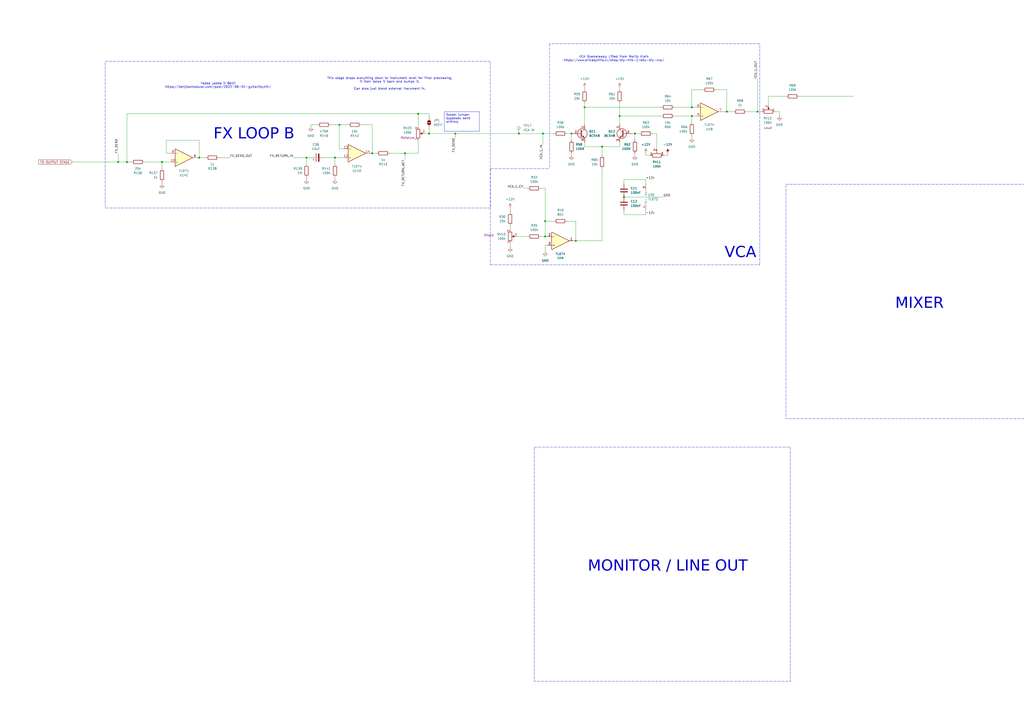
<source format=kicad_sch>
(kicad_sch (version 20231120) (generator "eeschema") (generator_version "8.0")
  (paper "A2")
  (title_block (title "Laundromat") (rev "1.0") (company "velvia-fifty") (comment 1 "https://github.com/velvia-fifty") (comment 2 "Just drop it off and we'll wash and fold it") (comment 4 "Stay humble"))
  (lib_symbols
    (symbol "Amplifier_Operational:TL072" (pin_names (offset 0.127))
      (property "Reference" "U" (at 0 5.08 0))
      (property "Value" "TL072" (at 0 -5.08 0))
      (symbol "TL072_1_1"
        (polyline (pts (xy -5.08 5.08) (xy 5.08 0) (xy -5.08 -5.08) (xy -5.08 5.08)) (stroke (width 0.254)) (fill (type background)))
        (pin output line (at 7.62 0 180) (length 2.54) (name "~") (number "1"))
        (pin input line (at -7.62 -2.54 0) (length 2.54) (name "-") (number "2"))
        (pin input line (at -7.62 2.54 0) (length 2.54) (name "+") (number "3"))
      )
      (symbol "TL072_2_1"
        (polyline (pts (xy -5.08 5.08) (xy 5.08 0) (xy -5.08 -5.08) (xy -5.08 5.08)) (stroke (width 0.254)) (fill (type background)))
        (pin input line (at -7.62 2.54 0) (length 2.54) (name "+") (number "5"))
        (pin input line (at -7.62 -2.54 0) (length 2.54) (name "-") (number "6"))
        (pin output line (at 7.62 0 180) (length 2.54) (name "~") (number "7"))
      )
      (symbol "TL072_3_1"
        (pin power_in line (at -2.54 -7.62 90) (length 3.81) (name "V-") (number "4"))
        (pin power_in line (at -2.54 7.62 270) (length 3.81) (name "V+") (number "8"))
      )
    )
    (symbol "Amplifier_Operational:TL074" (pin_names (offset 0.127))
      (property "Reference" "U" (at 0 5.08 0))
      (property "Value" "TL074" (at 0 -5.08 0))
      (symbol "TL074_1_1"
        (polyline (pts (xy -5.08 5.08) (xy 5.08 0) (xy -5.08 -5.08) (xy -5.08 5.08)) (stroke (width 0.254)) (fill (type background)))
        (pin output line (at 7.62 0 180) (length 2.54) (name "~") (number "1"))
        (pin input line (at -7.62 -2.54 0) (length 2.54) (name "-") (number "2"))
        (pin input line (at -7.62 2.54 0) (length 2.54) (name "+") (number "3"))
      )
      (symbol "TL074_2_1"
        (polyline (pts (xy -5.08 5.08) (xy 5.08 0) (xy -5.08 -5.08) (xy -5.08 5.08)) (stroke (width 0.254)) (fill (type background)))
        (pin input line (at -7.62 2.54 0) (length 2.54) (name "+") (number "5"))
        (pin input line (at -7.62 -2.54 0) (length 2.54) (name "-") (number "6"))
        (pin output line (at 7.62 0 180) (length 2.54) (name "~") (number "7"))
      )
      (symbol "TL074_3_1"
        (polyline (pts (xy -5.08 5.08) (xy 5.08 0) (xy -5.08 -5.08) (xy -5.08 5.08)) (stroke (width 0.254)) (fill (type background)))
        (pin input line (at -7.62 2.54 0) (length 2.54) (name "+") (number "10"))
        (pin output line (at 7.62 0 180) (length 2.54) (name "~") (number "8"))
        (pin input line (at -7.62 -2.54 0) (length 2.54) (name "-") (number "9"))
      )
      (symbol "TL074_4_1"
        (polyline (pts (xy -5.08 5.08) (xy 5.08 0) (xy -5.08 -5.08) (xy -5.08 5.08)) (stroke (width 0.254)) (fill (type background)))
        (pin input line (at -7.62 2.54 0) (length 2.54) (name "+") (number "12"))
        (pin input line (at -7.62 -2.54 0) (length 2.54) (name "-") (number "13"))
        (pin output line (at 7.62 0 180) (length 2.54) (name "~") (number "14"))
      )
      (symbol "TL074_5_1"
        (pin power_in line (at -2.54 -7.62 90) (length 3.81) (name "V-") (number "11"))
        (pin power_in line (at -2.54 7.62 270) (length 3.81) (name "V+") (number "4"))
      )
    )
    (symbol "Connector:TestPoint" (pin_numbers hide) (pin_names (offset 0.762) hide)
      (property "Reference" "TP" (at 0 6.858 0))
      (property "Value" "TestPoint" (at 0 5.08 0))
      (symbol "TestPoint_0_1"
        (circle (center 0 3.302) (radius 0.762))
      )
      (symbol "TestPoint_1_1"
        (pin passive line (at 0 0 90) (length 2.54) (name "1") (number "1"))
      )
    )
    (symbol "Device:C" (pin_numbers hide) (pin_names (offset 0.254))
      (property "Reference" "C" (at 0.635 2.54 0))
      (property "Value" "C" (at 0.635 -2.54 0))
      (symbol "C_0_1"
        (polyline (pts (xy -2.032 -0.762) (xy 2.032 -0.762)) (stroke (width 0.508)))
        (polyline (pts (xy -2.032 0.762) (xy 2.032 0.762)) (stroke (width 0.508)))
      )
      (symbol "C_1_1"
        (pin passive line (at 0 3.81 270) (length 2.794) (name "~") (number "1"))
        (pin passive line (at 0 -3.81 90) (length 2.794) (name "~") (number "2"))
      )
    )
    (symbol "Device:C_Polarized" (pin_numbers hide) (pin_names (offset 0.254))
      (property "Reference" "C" (at 0.635 2.54 0))
      (property "Value" "C_Polarized" (at 0.635 -2.54 0))
      (symbol "C_Polarized_0_1"
        (rectangle (start -2.286 0.508) (end 2.286 1.016))
        (polyline (pts (xy -1.778 2.286) (xy -0.762 2.286)))
        (polyline (pts (xy -1.27 2.794) (xy -1.27 1.778)))
        (rectangle (start 2.286 -0.508) (end -2.286 -1.016) (fill (type outline)))
      )
      (symbol "C_Polarized_1_1"
        (pin passive line (at 0 3.81 270) (length 2.794) (name "~") (number "1"))
        (pin passive line (at 0 -3.81 90) (length 2.794) (name "~") (number "2"))
      )
    )
    (symbol "Device:R" (pin_numbers hide) (pin_names (offset 0))
      (property "Reference" "R" (at 2.032 0 90))
      (property "Value" "R" (at 0 0 90))
      (symbol "R_0_1"
        (rectangle (start -1.016 -2.54) (end 1.016 2.54) (stroke (width 0.254)))
      )
      (symbol "R_1_1"
        (pin passive line (at 0 3.81 270) (length 1.27) (name "~") (number "1"))
        (pin passive line (at 0 -3.81 90) (length 1.27) (name "~") (number "2"))
      )
    )
    (symbol "Device:R_Potentiometer" (pin_names (offset 1.016) hide)
      (property "Reference" "RV" (at -4.445 0 90))
      (property "Value" "R_Potentiometer" (at -2.54 0 90))
      (symbol "R_Potentiometer_0_1"
        (polyline (pts (xy 2.54 0) (xy 1.524 0)))
        (polyline (pts (xy 1.143 0) (xy 2.286 0.508) (xy 2.286 -0.508) (xy 1.143 0)) (fill (type outline)))
        (rectangle (start 1.016 2.54) (end -1.016 -2.54) (stroke (width 0.254)))
      )
      (symbol "R_Potentiometer_1_1"
        (pin passive line (at 0 3.81 270) (length 1.27) (name "1") (number "1"))
        (pin passive line (at 3.81 0 180) (length 1.27) (name "2") (number "2"))
        (pin passive line (at 0 -3.81 90) (length 1.27) (name "3") (number "3"))
      )
    )
    (symbol "Device:R_Potentiometer_Trim" (pin_names (offset 1.016) hide)
      (property "Reference" "RV" (at -4.445 0 90))
      (property "Value" "R_Potentiometer_Trim" (at -2.54 0 90))
      (symbol "R_Potentiometer_Trim_0_1"
        (polyline (pts (xy 1.524 0.762) (xy 1.524 -0.762)))
        (polyline (pts (xy 2.54 0) (xy 1.524 0)))
        (rectangle (start 1.016 2.54) (end -1.016 -2.54) (stroke (width 0.254)))
      )
      (symbol "R_Potentiometer_Trim_1_1"
        (pin passive line (at 0 3.81 270) (length 1.27) (name "1") (number "1"))
        (pin passive line (at 3.81 0 180) (length 1.27) (name "2") (number "2"))
        (pin passive line (at 0 -3.81 90) (length 1.27) (name "3") (number "3"))
      )
    )
    (symbol "Jumper:SolderJumper_2_Open" (pin_numbers hide) (pin_names (offset 0) hide) (exclude_from_sim yes) (in_bom no)
      (property "Reference" "JP" (at 0 2.032 0))
      (property "Value" "SolderJumper_2_Open" (at 0 -2.54 0))
      (symbol "SolderJumper_2_Open_0_1"
        (arc (start -0.254 1.016) (mid -1.2656 0) (end -0.254 -1.016))
        (arc (start -0.254 1.016) (mid -1.2656 0) (end -0.254 -1.016) (fill (type outline)))
        (polyline (pts (xy -0.254 1.016) (xy -0.254 -1.016)))
        (polyline (pts (xy 0.254 1.016) (xy 0.254 -1.016)))
        (arc (start 0.254 -1.016) (mid 1.2656 0) (end 0.254 1.016))
        (arc (start 0.254 -1.016) (mid 1.2656 0) (end 0.254 1.016) (fill (type outline)))
      )
      (symbol "SolderJumper_2_Open_1_1"
        (pin passive line (at -3.81 0 0) (length 2.54) (name "A") (number "1"))
        (pin passive line (at 3.81 0 180) (length 2.54) (name "B") (number "2"))
      )
    )
    (symbol "Transistor_BJT:BC548" (pin_names (offset 0) hide)
      (property "Reference" "Q" (at 5.08 1.905 0))
      (property "Value" "BC548" (at 5.08 0 0))
      (symbol "BC548_0_1"
        (polyline (pts (xy 0 0) (xy 0.635 0)))
        (polyline (pts (xy 0.635 0.635) (xy 2.54 2.54)))
        (polyline (pts (xy 0.635 -0.635) (xy 2.54 -2.54) (xy 2.54 -2.54)))
        (polyline (pts (xy 0.635 1.905) (xy 0.635 -1.905) (xy 0.635 -1.905)) (stroke (width 0.508)))
        (polyline (pts (xy 1.27 -1.778) (xy 1.778 -1.27) (xy 2.286 -2.286) (xy 1.27 -1.778) (xy 1.27 -1.778)) (fill (type outline)))
        (circle (center 1.27 0) (radius 2.8194) (stroke (width 0.254)))
      )
      (symbol "BC548_1_1"
        (pin passive line (at 2.54 5.08 270) (length 2.54) (name "C") (number "1"))
        (pin input line (at -5.08 0 0) (length 5.08) (name "B") (number "2"))
        (pin passive line (at 2.54 -5.08 90) (length 2.54) (name "E") (number "3"))
      )
    )
    (symbol "power:+12V" (power) (pin_numbers hide) (pin_names (offset 0) hide)
      (property "Value" "+12V" (at 0 3.556 0))
      (symbol "+12V_0_1"
        (polyline (pts (xy -0.762 1.27) (xy 0 2.54)))
        (polyline (pts (xy 0 0) (xy 0 2.54)))
        (polyline (pts (xy 0 2.54) (xy 0.762 1.27)))
      )
      (symbol "+12V_1_1"
        (pin power_in line (at 0 0 90) (length 0) (name "~") (number "1"))
      )
    )
    (symbol "power:-12V" (power) (pin_numbers hide) (pin_names (offset 0) hide)
      (property "Value" "-12V" (at 0 3.556 0))
      (symbol "-12V_0_0"
        (pin power_in line (at 0 0 90) (length 0) (name "~") (number "1"))
      )
      (symbol "-12V_0_1"
        (polyline (pts (xy 0 0) (xy 0 1.27) (xy 0.762 1.27) (xy 0 2.54) (xy -0.762 1.27) (xy 0 1.27)) (fill (type outline)))
      )
    )
    (symbol "power:GND" (power) (pin_numbers hide) (pin_names (offset 0) hide)
      (property "Value" "GND" (at 0 -3.81 0))
      (symbol "GND_0_1"
        (polyline (pts (xy 0 0) (xy 0 -1.27) (xy 1.27 -1.27) (xy 0 -2.54) (xy -1.27 -1.27) (xy 0 -1.27)))
      )
      (symbol "GND_1_1"
        (pin power_in line (at 0 0 270) (length 0) (name "~") (number "1"))
      )
    )
  )
  (junction (at 300.99 77.47))
  (junction (at 196.85 72.39))
  (junction (at 248.92 77.47))
  (junction (at 68.58 93.98))
  (junction (at 401.32 62.23))
  (junction (at 334.01 139.7))
  (junction (at 314.96 77.47))
  (junction (at 401.32 67.31))
  (junction (at 93.98 93.98))
  (junction (at 215.9 88.9))
  (junction (at 368.3 77.47))
  (junction (at 439.42 64.77))
  (junction (at 316.23 137.16))
  (junction (at 421.64 64.77))
  (junction (at 316.23 128.27))
  (junction (at 115.57 91.44))
  (junction (at 234.95 88.9))
  (junction (at 349.25 85.09))
  (junction (at 73.66 93.98))
  (junction (at 177.8 91.44))
  (junction (at 264.16 77.47))
  (junction (at 361.95 114.3))
  (junction (at 359.41 67.31))
  (junction (at 194.31 91.44))
  (junction (at 339.09 62.23))
  (junction (at 331.47 77.47))
  (junction (at 242.57 66.04))
  (wire (pts (xy 209.55 72.39) (xy 215.9 72.39)))
  (wire (pts (xy 401.32 52.07) (xy 401.32 62.23)))
  (polyline (pts (xy 284.48 97.79) (xy 284.48 153.67)) (stroke (width 0) (type dash)))
  (wire (pts (xy 374.65 104.14) (xy 374.65 106.68)))
  (wire (pts (xy 316.23 109.22) (xy 316.23 128.27)))
  (wire (pts (xy 368.3 81.28) (xy 368.3 77.47)))
  (wire (pts (xy 439.42 45.72) (xy 439.42 64.77)))
  (wire (pts (xy 439.42 64.77) (xy 433.07 64.77)))
  (wire (pts (xy 191.77 72.39) (xy 196.85 72.39)))
  (wire (pts (xy 295.91 143.51) (xy 295.91 140.97)))
  (wire (pts (xy 359.41 85.09) (xy 359.41 82.55)))
  (wire (pts (xy 374.65 124.46) (xy 374.65 121.92)))
  (wire (pts (xy 313.69 137.16) (xy 316.23 137.16)))
  (wire (pts (xy 73.66 93.98) (xy 76.2 93.98)))
  (wire (pts (xy 303.53 109.22) (xy 306.07 109.22)))
  (wire (pts (xy 295.91 120.65) (xy 295.91 123.19)))
  (wire (pts (xy 199.39 91.44) (xy 194.31 91.44)))
  (wire (pts (xy 381 86.36) (xy 381 77.47)))
  (wire (pts (xy 127 91.44) (xy 133.35 91.44)))
  (wire (pts (xy 339.09 50.8) (xy 339.09 52.07)))
  (polyline (pts (xy 284.48 97.79) (xy 318.77 97.79)) (stroke (width 0) (type dash)))
  (wire (pts (xy 218.44 88.9) (xy 215.9 88.9)))
  (wire (pts (xy 248.92 77.47) (xy 246.38 77.47)))
  (wire (pts (xy 300.99 77.47) (xy 314.96 77.47)))
  (wire (pts (xy 242.57 73.66) (xy 242.57 66.04)))
  (wire (pts (xy 314.96 77.47) (xy 314.96 83.82)))
  (polyline (pts (xy 440.69 25.4) (xy 318.77 25.4)) (stroke (width 0) (type dash)))
  (wire (pts (xy 316.23 109.22) (xy 313.69 109.22)))
  (wire (pts (xy 368.3 90.17) (xy 368.3 88.9)))
  (wire (pts (xy 334.01 139.7) (xy 349.25 139.7)))
  (wire (pts (xy 180.34 91.44) (xy 177.8 91.44)))
  (wire (pts (xy 374.65 88.9) (xy 374.65 90.17)))
  (wire (pts (xy 445.77 55.88) (xy 455.93 55.88)))
  (wire (pts (xy 93.98 105.41) (xy 93.98 106.68)))
  (wire (pts (xy 194.31 95.25) (xy 194.31 91.44)))
  (wire (pts (xy 248.92 77.47) (xy 264.16 77.47)))
  (wire (pts (xy 441.96 64.77) (xy 439.42 64.77)))
  (wire (pts (xy 328.93 77.47) (xy 331.47 77.47)))
  (wire (pts (xy 316.23 128.27) (xy 321.31 128.27)))
  (wire (pts (xy 421.64 64.77) (xy 421.64 52.07)))
  (wire (pts (xy 359.41 50.8) (xy 359.41 52.07)))
  (wire (pts (xy 361.95 114.3) (xy 384.81 114.3)))
  (wire (pts (xy 96.52 88.9) (xy 96.52 81.28)))
  (wire (pts (xy 391.16 62.23) (xy 401.32 62.23)))
  (wire (pts (xy 248.92 74.93) (xy 248.92 77.47)))
  (wire (pts (xy 316.23 137.16) (xy 316.23 128.27)))
  (wire (pts (xy 316.23 142.24) (xy 316.23 146.05)))
  (wire (pts (xy 314.96 77.47) (xy 321.31 77.47)))
  (wire (pts (xy 374.65 90.17) (xy 377.19 90.17)))
  (wire (pts (xy 99.06 88.9) (xy 96.52 88.9)))
  (wire (pts (xy 334.01 128.27) (xy 328.93 128.27)))
  (wire (pts (xy 349.25 139.7) (xy 349.25 97.79)))
  (wire (pts (xy 119.38 91.44) (xy 115.57 91.44)))
  (wire (pts (xy 332.74 139.7) (xy 334.01 139.7)))
  (wire (pts (xy 83.82 93.98) (xy 93.98 93.98)))
  (wire (pts (xy 226.06 88.9) (xy 234.95 88.9)))
  (wire (pts (xy 234.95 88.9) (xy 242.57 88.9)))
  (wire (pts (xy 299.72 137.16) (xy 306.07 137.16)))
  (wire (pts (xy 264.16 77.47) (xy 300.99 77.47)))
  (wire (pts (xy 359.41 59.69) (xy 359.41 67.31)))
  (wire (pts (xy 370.84 77.47) (xy 368.3 77.47)))
  (wire (pts (xy 234.95 92.71) (xy 234.95 88.9)))
  (wire (pts (xy 199.39 86.36) (xy 196.85 86.36)))
  (wire (pts (xy 349.25 85.09) (xy 349.25 90.17)))
  (wire (pts (xy 421.64 64.77) (xy 425.45 64.77)))
  (wire (pts (xy 180.34 72.39) (xy 184.15 72.39)))
  (wire (pts (xy 317.5 137.16) (xy 316.23 137.16)))
  (wire (pts (xy 93.98 93.98) (xy 93.98 97.79)))
  (wire (pts (xy 387.35 90.17) (xy 384.81 90.17)))
  (wire (pts (xy 215.9 72.39) (xy 215.9 88.9)))
  (wire (pts (xy 361.95 121.92) (xy 361.95 124.46)))
  (polyline (pts (xy 284.48 153.67) (xy 440.69 153.67)) (stroke (width 0) (type dash)))
  (wire (pts (xy 368.3 77.47) (xy 367.03 77.47)))
  (wire (pts (xy 419.1 64.77) (xy 421.64 64.77)))
  (wire (pts (xy 339.09 82.55) (xy 339.09 85.09)))
  (wire (pts (xy 361.95 106.68) (xy 361.95 104.14)))
  (wire (pts (xy 317.5 142.24) (xy 316.23 142.24)))
  (wire (pts (xy 383.54 62.23) (xy 339.09 62.23)))
  (wire (pts (xy 401.32 62.23) (xy 403.86 62.23)))
  (wire (pts (xy 331.47 81.28) (xy 331.47 77.47)))
  (wire (pts (xy 361.95 124.46) (xy 374.65 124.46)))
  (wire (pts (xy 177.8 95.25) (xy 177.8 91.44)))
  (wire (pts (xy 180.34 73.66) (xy 180.34 72.39)))
  (wire (pts (xy 96.52 81.28) (xy 115.57 81.28)))
  (wire (pts (xy 339.09 85.09) (xy 349.25 85.09)))
  (wire (pts (xy 248.92 66.04) (xy 242.57 66.04)))
  (wire (pts (xy 339.09 59.69) (xy 339.09 62.23)))
  (wire (pts (xy 401.32 80.01) (xy 401.32 78.74)))
  (wire (pts (xy 68.58 93.98) (xy 73.66 93.98)))
  (polyline (pts (xy 440.69 153.67) (xy 440.69 25.4)) (stroke (width 0) (type dash)))
  (wire (pts (xy 387.35 88.9) (xy 387.35 90.17)))
  (wire (pts (xy 339.09 62.23) (xy 339.09 72.39)))
  (wire (pts (xy 248.92 67.31) (xy 248.92 66.04)))
  (wire (pts (xy 359.41 72.39) (xy 359.41 67.31)))
  (wire (pts (xy 242.57 81.28) (xy 242.57 88.9)))
  (wire (pts (xy 99.06 93.98) (xy 93.98 93.98)))
  (wire (pts (xy 215.9 88.9) (xy 214.63 88.9)))
  (wire (pts (xy 391.16 67.31) (xy 401.32 67.31)))
  (wire (pts (xy 349.25 85.09) (xy 359.41 85.09)))
  (wire (pts (xy 194.31 91.44) (xy 187.96 91.44)))
  (wire (pts (xy 334.01 128.27) (xy 334.01 139.7)))
  (wire (pts (xy 463.55 55.88) (xy 495.3 55.88)))
  (wire (pts (xy 242.57 66.04) (xy 73.66 66.04)))
  (wire (pts (xy 421.64 52.07) (xy 415.29 52.07)))
  (wire (pts (xy 295.91 130.81) (xy 295.91 133.35)))
  (wire (pts (xy 194.31 102.87) (xy 194.31 104.14)))
  (wire (pts (xy 73.66 66.04) (xy 73.66 93.98)))
  (wire (pts (xy 68.58 88.9) (xy 68.58 93.98)))
  (wire (pts (xy 264.16 80.01) (xy 264.16 77.47)))
  (wire (pts (xy 41.91 93.98) (xy 68.58 93.98)))
  (wire (pts (xy 177.8 102.87) (xy 177.8 104.14)))
  (wire (pts (xy 359.41 67.31) (xy 383.54 67.31)))
  (wire (pts (xy 196.85 86.36) (xy 196.85 72.39)))
  (polyline (pts (xy 318.77 25.4) (xy 318.77 86.36)) (stroke (width 0) (type dash)))
  (wire (pts (xy 445.77 60.96) (xy 445.77 55.88)))
  (wire (pts (xy 115.57 81.28) (xy 115.57 91.44)))
  (wire (pts (xy 361.95 104.14) (xy 374.65 104.14)))
  (polyline (pts (xy 318.77 86.36) (xy 318.77 97.79)) (stroke (width 0) (type dash)))
  (wire (pts (xy 401.32 67.31) (xy 403.86 67.31)))
  (wire (pts (xy 452.12 64.77) (xy 449.58 64.77)))
  (wire (pts (xy 381 77.47) (xy 378.46 77.47)))
  (wire (pts (xy 452.12 67.31) (xy 452.12 64.77)))
  (wire (pts (xy 196.85 72.39) (xy 201.93 72.39)))
  (wire (pts (xy 331.47 90.17) (xy 331.47 88.9)))
  (wire (pts (xy 177.8 91.44) (xy 170.18 91.44)))
  (wire (pts (xy 407.67 52.07) (xy 401.32 52.07)))
  (wire (pts (xy 115.57 91.44) (xy 114.3 91.44)))
  (wire (pts (xy 401.32 71.12) (xy 401.32 67.31)))
  (rectangle (start 455.93 106.934) (end 604.52 242.824) (stroke (width 0) (type dash)))
  (rectangle (start 60.96 35.56) (end 284.48 120.65) (stroke (width 0) (type dash)))
  (rectangle (start 309.88 259.334) (end 458.47 395.224) (stroke (width 0) (type dash)))
  (text_box "Solder jumper bypasses send entirely" (at 257.81 64.77 0) (size 20.32 11.43) (effects (font (size 1.27 1.27)) (justify left top)))
  (text "FX LOOP B" (at 147.32 79.502 0) (effects (font (size 6.35 6.35))))
  (text "MIXER" (at 533.4 177.8 0) (effects (font (size 6.35 6.35))))
  (text "VCA" (at 429.514 148.336 0) (effects (font (size 6.35 6.35))))
  (text "VCA Shamelessly Lifted from Moritz Klein\nhttps://www.ericasynths.lv/shop/diy-kits-1/edu-diy-vca/" (at 356.108 34.036 0) (effects (font (size 1.27 1.27))))
  (text "Yadda yadda it Benji\nhttps://benjiaomodular.com/post/2022-06-01-guitar2synth/" (at 126.492 49.53 0) (effects (font (size 1.27 1.27))))
  (text "MONITOR / LINE OUT" (at 387.35 330.2 0) (effects (font (size 6.35 6.35))))
  (text "This stage drops everything down to instrument level for final processing,\nit then takes it back and bumps it.\n\nCan also just blend external insrument in." (at 226.06 48.514 0) (effects (font (size 1.27 1.27))))
  (label "VCA_1_IN" (at 314.96 83.82 270))
  (label "+12v" (at 374.65 104.14 0))
  (label "GND" (at 384.81 114.3 0))
  (label "FX_SEND" (at 264.16 80.01 270))
  (label "FX_RETURN_IN" (at 170.18 91.44 180))
  (label "FX_SEND" (at 68.58 88.9 90))
  (label "FX_RETURN_WET" (at 234.95 92.71 270))
  (label "VCA_1_CV" (at 303.53 109.22 180))
  (label "VCA_1_OUT" (at 439.42 45.72 90))
  (label "FX_SEND_OUT" (at 133.35 91.44 0))
  (label "-12v" (at 374.65 124.46 0))
  (global_label "TO OUTPUT STAGE" (shape input) (at 41.91 93.98 180) (property "Intersheetrefs" "${INTERSHEET_REFS}" (effects (hide yes))))
  (symbol (lib_id "power:GND") (at 452.12 67.31 0) (unit 1)
    (property "Reference" "#PWR0105" (effects (hide yes)))
    (property "Value" "GND" (at 452.12 72.39 0))
    (property "Description" "Power symbol creates a global label with name \"GND\" , ground" (effects (hide yes)))
  )
  (symbol (lib_id "power:+12V") (at 295.91 120.65 0) (unit 1)
    (property "Reference" "#PWR040" (effects (hide yes)))
    (property "Value" "+12V" (at 295.91 115.57 0))
    (property "Description" "Power symbol creates a global label with name \"+12V\"" (effects (hide yes)))
  )
  (symbol (lib_id "Device:C_Polarized") (at 184.15 91.44 90) (unit 1)
    (property "Reference" "C36" (at 183.261 83.82 90))
    (property "Value" "10uF" (at 183.261 86.36 90))
    (property "Description" "Polarized capacitor" (effects (hide yes)))
  )
  (symbol (lib_id "Amplifier_Operational:TL074") (at 207.01 88.9 0) (mirror x) (unit 4)
    (property "Reference" "U14" (at 207.01 99.06 0))
    (property "Value" "TL074" (at 207.01 96.52 0))
    (property "Footprint" "AT-Footprints:SOT23_DYY_TEX" (effects (hide yes)))
    (property "Datasheet" "http://www.ti.com/lit/ds/symlink/tl071.pdf" (effects (hide yes)))
    (property "Description" "Quad Low-Noise JFET-Input Operational Amplifiers, DIP-14/SOIC-14" (effects (hide yes)))
  )
  (symbol (lib_id "Device:R") (at 368.3 85.09 0) (mirror x) (unit 1)
    (property "Reference" "R62" (at 365.8416 83.8199 0) (effects (justify right)))
    (property "Value" "100R" (at 365.8416 86.3599 0) (effects (justify right)))
    (property "Footprint" "Resistor_SMD:R_0805_2012Metric_Pad1.20x1.40mm_HandSolder" (effects (hide yes)))
    (property "Description" "Resistor" (effects (hide yes)))
  )
  (symbol (lib_id "power:GND") (at 180.34 73.66 0) (unit 1)
    (property "Reference" "#PWR0107" (effects (hide yes)))
    (property "Value" "GND" (at 180.34 78.74 0))
    (property "Description" "Power symbol creates a global label with name \"GND\" , ground" (effects (hide yes)))
  )
  (symbol (lib_id "Connector:TestPoint") (at 300.99 77.47 0) (unit 1)
    (property "Reference" "TP17" (at 303.53 72.8979 0) (effects (justify left)))
    (property "Value" "VCA IN" (at 303.53 75.4379 0) (effects (justify left)))
    (property "Description" "test point" (effects (hide yes)))
  )
  (symbol (lib_id "power:-12V") (at 387.35 88.9 0) (unit 1)
    (property "Reference" "#PWR048" (effects (hide yes)))
    (property "Value" "-12V" (at 387.35 83.82 0))
    (property "Description" "Power symbol creates a global label with name \"-12V\"" (effects (hide yes)))
  )
  (symbol (lib_id "Device:R") (at 295.91 127 0) (mirror y) (unit 1)
    (property "Reference" "R30" (at 293.37 125.7299 0) (effects (justify left)))
    (property "Value" "20k" (at 293.37 128.2699 0) (effects (justify left)))
    (property "Footprint" "Resistor_SMD:R_0805_2012Metric_Pad1.20x1.40mm_HandSolder" (effects (hide yes)))
    (property "Description" "Resistor" (effects (hide yes)))
  )
  (symbol (lib_id "Device:R") (at 387.35 67.31 90) (mirror x) (unit 1)
    (property "Reference" "R65" (at 387.35 73.66 90))
    (property "Value" "10k" (at 387.35 71.12 90))
    (property "Footprint" "Resistor_SMD:R_0805_2012Metric_Pad1.20x1.40mm_HandSolder" (effects (hide yes)))
    (property "Description" "Resistor" (effects (hide yes)))
  )
  (symbol (lib_id "power:GND") (at 331.47 90.17 0) (mirror y) (unit 1)
    (property "Reference" "#PWR043" (effects (hide yes)))
    (property "Value" "GND" (at 331.47 95.25 0))
    (property "Description" "Power symbol creates a global label with name \"GND\" , ground" (effects (hide yes)))
  )
  (symbol (lib_id "Device:R") (at 359.41 55.88 0) (mirror x) (unit 1)
    (property "Reference" "R61" (at 356.9516 54.6099 0) (effects (justify right)))
    (property "Value" "20k" (at 356.9516 57.1499 0) (effects (justify right)))
    (property "Footprint" "Resistor_SMD:R_0805_2012Metric_Pad1.20x1.40mm_HandSolder" (effects (hide yes)))
    (property "Description" "Resistor" (effects (hide yes)))
  )
  (symbol (lib_id "power:GND") (at 177.8 104.14 0) (unit 1)
    (property "Reference" "#PWR0106" (effects (hide yes)))
    (property "Value" "GND" (at 177.8 109.22 0))
    (property "Description" "Power symbol creates a global label with name \"GND\" , ground" (effects (hide yes)))
  )
  (symbol (lib_id "power:GND") (at 368.3 90.17 0) (unit 1)
    (property "Reference" "#PWR046" (effects (hide yes)))
    (property "Value" "GND" (at 368.3 95.25 0))
    (property "Description" "Power symbol creates a global label with name \"GND\" , ground" (effects (hide yes)))
  )
  (symbol (lib_id "Amplifier_Operational:TL074") (at 106.68 91.44 0) (mirror x) (unit 3)
    (property "Reference" "U14" (at 106.68 101.6 0))
    (property "Value" "TL074" (at 106.68 99.06 0))
    (property "Footprint" "AT-Footprints:SOT23_DYY_TEX" (effects (hide yes)))
    (property "Datasheet" "http://www.ti.com/lit/ds/symlink/tl071.pdf" (effects (hide yes)))
    (property "Description" "Quad Low-Noise JFET-Input Operational Amplifiers, DIP-14/SOIC-14" (effects (hide yes)))
  )
  (symbol (lib_id "Device:R") (at 411.48 52.07 90) (unit 1)
    (property "Reference" "R67" (at 411.48 45.72 90))
    (property "Value" "100k" (at 411.48 48.26 90))
    (property "Footprint" "Resistor_SMD:R_0805_2012Metric_Pad1.20x1.40mm_HandSolder" (effects (hide yes)))
    (property "Description" "Resistor" (effects (hide yes)))
  )
  (symbol (lib_id "Device:R") (at 222.25 88.9 90) (mirror x) (unit 1)
    (property "Reference" "R143" (at 222.25 95.25 90))
    (property "Value" "1k" (at 222.25 92.71 90))
    (property "Footprint" "Resistor_SMD:R_0805_2012Metric_Pad1.20x1.40mm_HandSolder" (effects (hide yes)))
    (property "Description" "Resistor" (effects (hide yes)))
  )
  (symbol (lib_id "power:GND") (at 93.98 106.68 0) (unit 1)
    (property "Reference" "#PWR0104" (effects (hide yes)))
    (property "Value" "GND" (at 93.98 111.76 0))
    (property "Description" "Power symbol creates a global label with name \"GND\" , ground" (effects (hide yes)))
  )
  (symbol (lib_id "power:+12V") (at 359.41 50.8 0) (unit 1)
    (property "Reference" "#PWR045" (effects (hide yes)))
    (property "Value" "+12V" (at 359.41 45.72 0))
    (property "Description" "Power symbol creates a global label with name \"+12V\"" (effects (hide yes)))
  )
  (symbol (lib_id "Device:R") (at 93.98 101.6 0) (mirror x) (unit 1)
    (property "Reference" "R137" (at 91.5216 100.3299 0) (effects (justify right)))
    (property "Value" "1k" (at 91.5216 102.8699 0) (effects (justify right)))
    (property "Footprint" "Resistor_SMD:R_0805_2012Metric_Pad1.20x1.40mm_HandSolder" (effects (hide yes)))
    (property "Description" "Resistor" (effects (hide yes)))
  )
  (symbol (lib_id "Device:R") (at 123.19 91.44 90) (mirror x) (unit 1)
    (property "Reference" "R138" (at 123.19 97.79 90))
    (property "Value" "1k" (at 123.19 95.25 90))
    (property "Footprint" "Resistor_SMD:R_0805_2012Metric_Pad1.20x1.40mm_HandSolder" (effects (hide yes)))
    (property "Description" "Resistor" (effects (hide yes)))
  )
  (symbol (lib_id "Device:R_Potentiometer_Trim") (at 381 90.17 90) (unit 1)
    (property "Reference" "RV11" (at 381 93.98 90))
    (property "Value" "100k" (at 381 96.52 90))
    (property "Footprint" "Potentiometer_THT:Potentiometer_Runtron_RM-065_Vertical" (effects (hide yes)))
    (property "Description" "Trim-potentiometer" (effects (hide yes)))
  )
  (symbol (lib_id "Device:R") (at 325.12 77.47 270) (mirror x) (unit 1)
    (property "Reference" "R36" (at 325.12 71.12 90))
    (property "Value" "100k" (at 325.12 73.66 90))
    (property "Footprint" "Resistor_SMD:R_0805_2012Metric_Pad1.20x1.40mm_HandSolder" (effects (hide yes)))
    (property "Description" "Resistor" (effects (hide yes)))
  )
  (symbol (lib_id "Device:R_Potentiometer") (at 295.91 137.16 0) (mirror x) (unit 1)
    (property "Reference" "RV10" (at 293.37 135.8899 0) (effects (justify right)))
    (property "Value" "100k" (at 293.37 138.4299 0) (effects (justify right)))
    (property "Footprint" "Potentiometer_THT:Potentiometer_Bourns_PTV09A-2_Single_Horizontal" (effects (hide yes)))
    (property "Description" "Potentiometer" (effects (hide yes)))
    (property "Control" "Shove" (at 283.464 136.398 0) (effects (font (italic yes))))
  )
  (symbol (lib_id "Device:R") (at 459.74 55.88 90) (unit 1)
    (property "Reference" "R69" (at 459.74 49.53 90))
    (property "Value" "100k" (at 459.74 52.07 90))
    (property "Footprint" "Resistor_SMD:R_0805_2012Metric_Pad1.20x1.40mm_HandSolder" (effects (hide yes)))
    (property "Description" "Resistor" (effects (hide yes)))
  )
  (symbol (lib_id "Device:R") (at 429.26 64.77 90) (unit 1)
    (property "Reference" "R68" (at 429.26 58.42 90))
    (property "Value" "1k" (at 429.26 60.96 90))
    (property "Footprint" "Resistor_SMD:R_0805_2012Metric_Pad1.20x1.40mm_HandSolder" (effects (hide yes)))
    (property "Description" "Resistor" (effects (hide yes)))
  )
  (symbol (lib_id "Device:R") (at 80.01 93.98 90) (mirror x) (unit 1)
    (property "Reference" "R136" (at 80.01 100.33 90))
    (property "Value" "20k" (at 80.01 97.79 90))
    (property "Footprint" "Resistor_SMD:R_0805_2012Metric_Pad1.20x1.40mm_HandSolder" (effects (hide yes)))
    (property "Description" "Resistor" (effects (hide yes)))
  )
  (symbol (lib_id "Device:R") (at 187.96 72.39 90) (mirror x) (unit 1)
    (property "Reference" "R140" (at 187.96 78.74 90))
    (property "Value" "470R" (at 187.96 76.2 90))
    (property "Footprint" "Resistor_SMD:R_0805_2012Metric_Pad1.20x1.40mm_HandSolder" (effects (hide yes)))
    (property "Description" "Resistor" (effects (hide yes)))
  )
  (symbol (lib_id "Amplifier_Operational:TL072") (at 377.19 114.3 0) (unit 3)
    (property "Reference" "U3" (at 375.92 113.0299 0) (effects (justify left)))
    (property "Value" "TL072" (at 375.92 115.5699 0) (effects (justify left)))
    (property "Footprint" "Package_SO:TSSOP-8_4.4x3mm_P0.65mm" (effects (hide yes)))
    (property "Datasheet" "http://www.ti.com/lit/ds/symlink/tl071.pdf" (effects (hide yes)))
    (property "Description" "Dual Low-Noise JFET-Input Operational Amplifiers, DIP-8/SOIC-8" (effects (hide yes)))
  )
  (symbol (lib_id "Amplifier_Operational:TL074") (at 325.12 139.7 0) (mirror x) (unit 1)
    (property "Reference" "U4" (at 325.12 149.606 0))
    (property "Value" "TL074" (at 325.12 147.32 0))
    (property "Footprint" "AT-Footprints:SOT23_DYY_TEX" (effects (hide yes)))
    (property "Datasheet" "http://www.ti.com/lit/ds/symlink/tl071.pdf" (effects (hide yes)))
    (property "Description" "Quad Low-Noise JFET-Input Operational Amplifiers, DIP-14/SOIC-14" (effects (hide yes)))
  )
  (symbol (lib_id "Device:C") (at 361.95 118.11 180) (unit 1)
    (property "Reference" "C12" (at 365.76 116.8399 0) (effects (justify right)))
    (property "Value" "100nF" (at 365.76 119.3799 0) (effects (justify right)))
    (property "Footprint" "Capacitor_SMD:C_0805_2012Metric_Pad1.18x1.45mm_HandSolder" (effects (hide yes)))
    (property "Description" "Unpolarized capacitor" (effects (hide yes)))
  )
  (symbol (lib_id "power:+12V") (at 374.65 88.9 0) (unit 1)
    (property "Reference" "#PWR047" (effects (hide yes)))
    (property "Value" "+12V" (at 374.65 83.82 0))
    (property "Description" "Power symbol creates a global label with name \"+12V\"" (effects (hide yes)))
  )
  (symbol (lib_id "Transistor_BJT:BC548") (at 336.55 77.47 0) (unit 1)
    (property "Reference" "Q11" (at 341.63 76.1999 0) (effects (justify left)))
    (property "Value" "BC548" (at 341.63 78.7399 0) (effects (justify left)))
    (property "Footprint" "Package_TO_SOT_SMD:SOT-23-3" (effects (hide yes)))
    (property "Datasheet" "https://www.onsemi.com/pub/Collateral/BC550-D.pdf" (effects (hide yes)))
    (property "Description" "0.1A Ic, 30V Vce, Small Signal NPN Transistor, TO-92" (effects (hide yes)))
  )
  (symbol (lib_id "Device:R") (at 401.32 74.93 0) (mirror x) (unit 1)
    (property "Reference" "R66" (at 398.8616 73.6599 0) (effects (justify right)))
    (property "Value" "100k" (at 398.8616 76.1999 0) (effects (justify right)))
    (property "Footprint" "Resistor_SMD:R_0805_2012Metric_Pad1.20x1.40mm_HandSolder" (effects (hide yes)))
    (property "Description" "Resistor" (effects (hide yes)))
  )
  (symbol (lib_id "Device:R_Potentiometer") (at 445.77 64.77 270) (mirror x) (unit 1)
    (property "Reference" "RV12" (at 447.802 68.58 90) (effects (justify right)))
    (property "Value" "100k" (at 447.802 71.12 90) (effects (justify right)))
    (property "Footprint" "Potentiometer_THT:Potentiometer_Bourns_PTV09A-2_Single_Horizontal" (effects (hide yes)))
    (property "Description" "Potentiometer" (effects (hide yes)))
    (property "Control" "Loud" (at 445.262 74.168 90) (effects (font (italic yes))))
  )
  (symbol (lib_id "Amplifier_Operational:TL074") (at 411.48 64.77 0) (mirror x) (unit 2)
    (property "Reference" "U4" (at 411.48 74.93 0))
    (property "Value" "TL074" (at 411.48 72.39 0))
    (property "Footprint" "AT-Footprints:SOT23_DYY_TEX" (effects (hide yes)))
    (property "Datasheet" "http://www.ti.com/lit/ds/symlink/tl071.pdf" (effects (hide yes)))
    (property "Description" "Quad Low-Noise JFET-Input Operational Amplifiers, DIP-14/SOIC-14" (effects (hide yes)))
  )
  (symbol (lib_id "Device:R") (at 309.88 109.22 90) (unit 1)
    (property "Reference" "R32" (at 309.88 102.87 90))
    (property "Value" "100k" (at 309.88 105.41 90))
    (property "Footprint" "Resistor_SMD:R_0805_2012Metric_Pad1.20x1.40mm_HandSolder" (effects (hide yes)))
    (property "Description" "Resistor" (effects (hide yes)))
  )
  (symbol (lib_id "power:GND") (at 401.32 80.01 0) (unit 1)
    (property "Reference" "#PWR049" (effects (hide yes)))
    (property "Value" "GND" (at 401.32 85.09 0))
    (property "Description" "Power symbol creates a global label with name \"GND\" , ground" (effects (hide yes)))
  )
  (symbol (lib_id "Transistor_BJT:BC548") (at 361.95 77.47 0) (mirror y) (unit 1)
    (property "Reference" "Q12" (at 356.87 76.1999 0) (effects (justify left)))
    (property "Value" "BC548" (at 356.87 78.7399 0) (effects (justify left)))
    (property "Footprint" "Package_TO_SOT_SMD:SOT-23-3" (effects (hide yes)))
    (property "Datasheet" "https://www.onsemi.com/pub/Collateral/BC550-D.pdf" (effects (hide yes)))
    (property "Description" "0.1A Ic, 30V Vce, Small Signal NPN Transistor, TO-92" (effects (hide yes)))
  )
  (symbol (lib_id "Device:R") (at 194.31 99.06 0) (mirror x) (unit 1)
    (property "Reference" "R141" (at 191.8516 97.7899 0) (effects (justify right)))
    (property "Value" "150k" (at 191.8516 100.3299 0) (effects (justify right)))
    (property "Footprint" "Resistor_SMD:R_0805_2012Metric_Pad1.20x1.40mm_HandSolder" (effects (hide yes)))
    (property "Description" "Resistor" (effects (hide yes)))
  )
  (symbol (lib_id "power:GND") (at 295.91 143.51 0) (unit 1)
    (property "Reference" "#PWR041" (effects (hide yes)))
    (property "Value" "GND" (at 295.91 148.59 0))
    (property "Description" "Power symbol creates a global label with name \"GND\" , ground" (effects (hide yes)))
  )
  (symbol (lib_id "Device:R") (at 309.88 137.16 90) (unit 1)
    (property "Reference" "R35" (at 309.88 130.81 90))
    (property "Value" "100k" (at 309.88 133.35 90))
    (property "Footprint" "Resistor_SMD:R_0805_2012Metric_Pad1.20x1.40mm_HandSolder" (effects (hide yes)))
    (property "Description" "Resistor" (effects (hide yes)))
  )
  (symbol (lib_id "Device:C") (at 361.95 110.49 180) (unit 1)
    (property "Reference" "C11" (at 365.76 109.2199 0) (effects (justify right)))
    (property "Value" "100nF" (at 365.76 111.7599 0) (effects (justify right)))
    (property "Footprint" "Capacitor_SMD:C_0805_2012Metric_Pad1.18x1.45mm_HandSolder" (effects (hide yes)))
    (property "Description" "Unpolarized capacitor" (effects (hide yes)))
  )
  (symbol (lib_id "Device:R") (at 374.65 77.47 90) (unit 1)
    (property "Reference" "R63" (at 374.65 71.12 90))
    (property "Value" "100k" (at 374.65 73.66 90))
    (property "Footprint" "Resistor_SMD:R_0805_2012Metric_Pad1.20x1.40mm_HandSolder" (effects (hide yes)))
    (property "Description" "Resistor" (effects (hide yes)))
  )
  (symbol (lib_id "Device:R") (at 205.74 72.39 90) (mirror x) (unit 1)
    (property "Reference" "R142" (at 205.74 78.74 90))
    (property "Value" "10k" (at 205.74 76.2 90))
    (property "Footprint" "Resistor_SMD:R_0805_2012Metric_Pad1.20x1.40mm_HandSolder" (effects (hide yes)))
    (property "Description" "Resistor" (effects (hide yes)))
  )
  (symbol (lib_id "Device:R") (at 331.47 85.09 180) (unit 1)
    (property "Reference" "R58" (at 333.9284 83.8199 0) (effects (justify right)))
    (property "Value" "100R" (at 333.9284 86.3599 0) (effects (justify right)))
    (property "Footprint" "Resistor_SMD:R_0805_2012Metric_Pad1.20x1.40mm_HandSolder" (effects (hide yes)))
    (property "Description" "Resistor" (effects (hide yes)))
  )
  (symbol (lib_id "Jumper:SolderJumper_2_Open") (at 248.92 71.12 270) (mirror x) (unit 1) (exclude_from_sim yes) (in_bom no)
    (property "Reference" "JP1" (at 251.46 69.8499 90) (effects (justify left)))
    (property "Value" "NOFX" (at 251.46 72.3899 90) (effects (justify left)))
    (property "Footprint" "Jumper:SolderJumper-2_P1.3mm_Open_TrianglePad1.0x1.5mm" (effects (hide yes)))
    (property "Description" "Solder Jumper, 2-pole, open" (effects (hide yes)))
  )
  (symbol (lib_id "power:+12V") (at 339.09 50.8 0) (unit 1)
    (property "Reference" "#PWR044" (effects (hide yes)))
    (property "Value" "+12V" (at 339.09 45.72 0))
    (property "Description" "Power symbol creates a global label with name \"+12V\"" (effects (hide yes)))
  )
  (symbol (lib_id "Device:R") (at 387.35 62.23 90) (unit 1)
    (property "Reference" "R64" (at 387.35 55.88 90))
    (property "Value" "10k" (at 387.35 58.42 90))
    (property "Footprint" "Resistor_SMD:R_0805_2012Metric_Pad1.20x1.40mm_HandSolder" (effects (hide yes)))
    (property "Description" "Resistor" (effects (hide yes)))
  )
  (symbol (lib_id "power:GND") (at 194.31 104.14 0) (unit 1)
    (property "Reference" "#PWR0108" (effects (hide yes)))
    (property "Value" "GND" (at 194.31 109.22 0))
    (property "Description" "Power symbol creates a global label with name \"GND\" , ground" (effects (hide yes)))
  )
  (symbol (lib_id "Device:R") (at 339.09 55.88 0) (mirror x) (unit 1)
    (property "Reference" "R59" (at 336.6316 54.6099 0) (effects (justify right)))
    (property "Value" "20k" (at 336.6316 57.1499 0) (effects (justify right)))
    (property "Footprint" "Resistor_SMD:R_0805_2012Metric_Pad1.20x1.40mm_HandSolder" (effects (hide yes)))
    (property "Description" "Resistor" (effects (hide yes)))
  )
  (symbol (lib_id "Device:R") (at 325.12 128.27 90) (unit 1)
    (property "Reference" "R40" (at 325.12 121.92 90))
    (property "Value" "82k" (at 325.12 124.46 90))
    (property "Footprint" "Resistor_SMD:R_0805_2012Metric_Pad1.20x1.40mm_HandSolder" (effects (hide yes)))
    (property "Description" "Resistor" (effects (hide yes)))
  )
  (symbol (lib_id "power:GND") (at 316.23 146.05 0) (unit 1)
    (property "Reference" "#PWR042" (effects (hide yes)))
    (property "Value" "GND" (at 316.23 151.13 0))
    (property "Description" "Power symbol creates a global label with name \"GND\" , ground" (effects (hide yes)))
  )
  (symbol (lib_id "Device:R_Potentiometer") (at 242.57 77.47 0) (mirror x) (unit 1)
    (property "Reference" "RV23" (at 238.887 74.295 0) (effects (justify right)))
    (property "Value" "100k" (at 238.887 76.835 0) (effects (justify right)))
    (property "Footprint" "Potentiometer_THT:Potentiometer_Bourns_PTV09A-2_Single_Horizontal" (effects (hide yes)))
    (property "Description" "Potentiometer" (effects (hide yes)))
    (property "Control" "Moisture" (at 236.347 79.883 0) (effects (font (italic yes))))
  )
  (symbol (lib_id "Device:R") (at 349.25 93.98 0) (mirror x) (unit 1)
    (property "Reference" "R60" (at 346.7916 92.7099 0) (effects (justify right)))
    (property "Value" "10k" (at 346.7916 95.2499 0) (effects (justify right)))
    (property "Footprint" "Resistor_SMD:R_0805_2012Metric_Pad1.20x1.40mm_HandSolder" (effects (hide yes)))
    (property "Description" "Resistor" (effects (hide yes)))
  )
  (symbol (lib_id "Device:R") (at 177.8 99.06 0) (mirror x) (unit 1)
    (property "Reference" "R139" (at 175.3416 97.7899 0) (effects (justify right)))
    (property "Value" "1M" (at 175.3416 100.3299 0) (effects (justify right)))
    (property "Footprint" "Resistor_SMD:R_0805_2012Metric_Pad1.20x1.40mm_HandSolder" (effects (hide yes)))
    (property "Description" "Resistor" (effects (hide yes)))
  )
)
</source>
